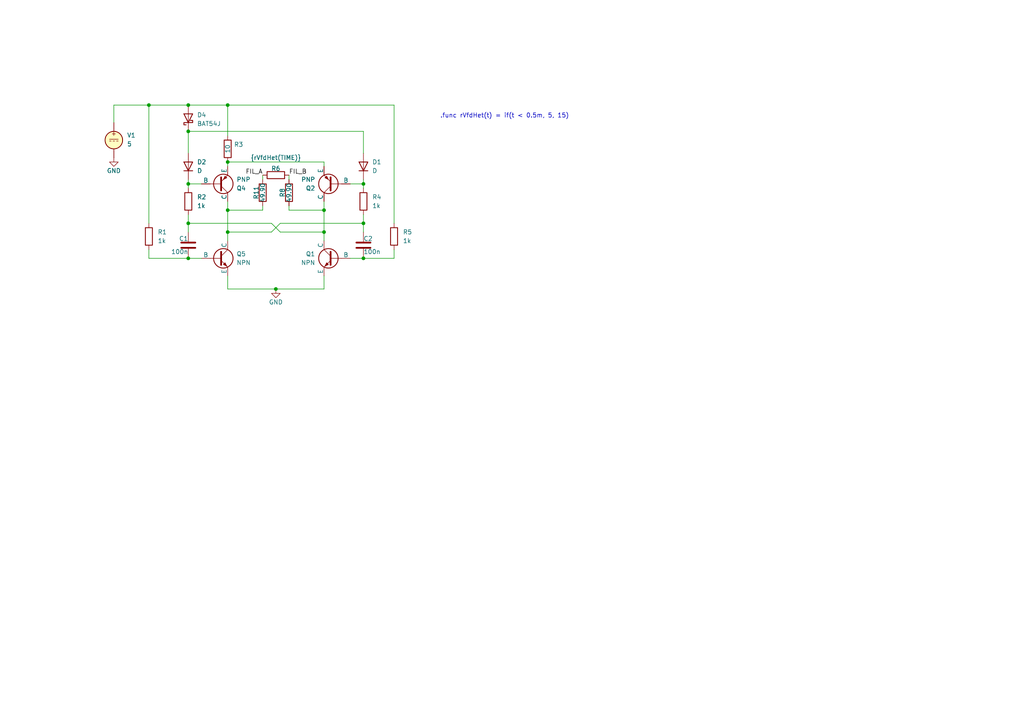
<source format=kicad_sch>
(kicad_sch (version 20231120) (generator "eeschema") (generator_version "8.0")
  (paper "A4")
  (lib_symbols
    (symbol "Device:C" (pin_numbers hide) (pin_names (offset 0.254))
      (property "Reference" "C" (at 0.635 2.54 0))
      (property "Value" "C" (at 0.635 -2.54 0))
      (symbol "C_0_1"
        (polyline (pts (xy -2.032 -0.762) (xy 2.032 -0.762)) (stroke (width 0.508)))
        (polyline (pts (xy -2.032 0.762) (xy 2.032 0.762)) (stroke (width 0.508)))
      )
      (symbol "C_1_1"
        (pin passive line (at 0 3.81 270) (length 2.794) (name "~") (number "1"))
        (pin passive line (at 0 -3.81 90) (length 2.794) (name "~") (number "2"))
      )
    )
    (symbol "Device:D" (pin_numbers hide) (pin_names (offset 1.016) hide)
      (property "Reference" "D" (at 0 2.54 0))
      (property "Value" "D" (at 0 -2.54 0))
      (symbol "D_0_1"
        (polyline (pts (xy -1.27 1.27) (xy -1.27 -1.27)) (stroke (width 0.254)))
        (polyline (pts (xy 1.27 0) (xy -1.27 0)))
        (polyline (pts (xy 1.27 1.27) (xy 1.27 -1.27) (xy -1.27 0) (xy 1.27 1.27)) (stroke (width 0.254)))
      )
      (symbol "D_1_1"
        (pin passive line (at -3.81 0 0) (length 2.54) (name "K") (number "1"))
        (pin passive line (at 3.81 0 180) (length 2.54) (name "A") (number "2"))
      )
    )
    (symbol "Device:D_Schottky" (pin_numbers hide) (pin_names (offset 1.016) hide)
      (property "Reference" "D" (at 0 2.54 0))
      (property "Value" "D_Schottky" (at 0 -2.54 0))
      (symbol "D_Schottky_0_1"
        (polyline (pts (xy 1.27 0) (xy -1.27 0)))
        (polyline (pts (xy 1.27 1.27) (xy 1.27 -1.27) (xy -1.27 0) (xy 1.27 1.27)) (stroke (width 0.254)))
        (polyline (pts (xy -1.905 0.635) (xy -1.905 1.27) (xy -1.27 1.27) (xy -1.27 -1.27) (xy -0.635 -1.27) (xy -0.635 -0.635)) (stroke (width 0.254)))
      )
      (symbol "D_Schottky_1_1"
        (pin passive line (at -3.81 0 0) (length 2.54) (name "K") (number "1"))
        (pin passive line (at 3.81 0 180) (length 2.54) (name "A") (number "2"))
      )
    )
    (symbol "Device:R" (pin_numbers hide) (pin_names (offset 0))
      (property "Reference" "R" (at 2.032 0 90))
      (property "Value" "R" (at 0 0 90))
      (symbol "R_0_1"
        (rectangle (start -1.016 -2.54) (end 1.016 2.54) (stroke (width 0.254)))
      )
      (symbol "R_1_1"
        (pin passive line (at 0 3.81 270) (length 1.27) (name "~") (number "1"))
        (pin passive line (at 0 -3.81 90) (length 1.27) (name "~") (number "2"))
      )
    )
    (symbol "Simulation_SPICE:NPN" (pin_numbers hide) (pin_names (offset 0))
      (property "Reference" "Q" (at -2.54 7.62 0))
      (property "Value" "NPN" (at -2.54 5.08 0))
      (symbol "NPN_0_1"
        (polyline (pts (xy -2.54 0) (xy 0.635 0)) (stroke (width 0.1524)))
        (polyline (pts (xy 0.635 0.635) (xy 2.54 2.54)))
        (polyline (pts (xy 2.794 -1.27) (xy 2.794 -1.27)) (stroke (width 0.1524)))
        (polyline (pts (xy 2.794 -1.27) (xy 2.794 -1.27)) (stroke (width 0.1524)))
        (polyline (pts (xy 0.635 -0.635) (xy 2.54 -2.54) (xy 2.54 -2.54)))
        (polyline (pts (xy 0.635 1.905) (xy 0.635 -1.905) (xy 0.635 -1.905)) (stroke (width 0.508)))
        (polyline (pts (xy 1.27 -1.778) (xy 1.778 -1.27) (xy 2.286 -2.286) (xy 1.27 -1.778) (xy 1.27 -1.778)) (fill (type outline)))
        (circle (center 1.27 0) (radius 2.8194) (stroke (width 0.254)))
      )
      (symbol "NPN_1_1"
        (pin open_collector line (at 2.54 5.08 270) (length 2.54) (name "C") (number "1"))
        (pin input line (at -5.08 0 0) (length 2.54) (name "B") (number "2"))
        (pin open_emitter line (at 2.54 -5.08 90) (length 2.54) (name "E") (number "3"))
      )
    )
    (symbol "Simulation_SPICE:PNP" (pin_numbers hide) (pin_names (offset 0))
      (property "Reference" "Q" (at -2.54 7.62 0))
      (property "Value" "PNP" (at -2.54 5.08 0))
      (symbol "PNP_0_1"
        (polyline (pts (xy -2.54 0) (xy 0.635 0)) (stroke (width 0.1524)))
        (polyline (pts (xy 0.635 0.635) (xy 2.54 2.54)))
        (polyline (pts (xy 0.635 -0.635) (xy 2.54 -2.54) (xy 2.54 -2.54)))
        (polyline (pts (xy 0.635 1.905) (xy 0.635 -1.905) (xy 0.635 -1.905)) (stroke (width 0.508)))
        (polyline (pts (xy 2.286 -1.778) (xy 1.778 -2.286) (xy 1.27 -1.27) (xy 2.286 -1.778) (xy 2.286 -1.778)) (fill (type outline)))
        (circle (center 1.27 0) (radius 2.8194) (stroke (width 0.254)))
      )
      (symbol "PNP_1_1"
        (pin open_collector line (at 2.54 5.08 270) (length 2.54) (name "C") (number "1"))
        (pin input line (at -5.08 0 0) (length 2.54) (name "B") (number "2"))
        (pin open_emitter line (at 2.54 -5.08 90) (length 2.54) (name "E") (number "3"))
      )
    )
    (symbol "Simulation_SPICE:VDC" (pin_numbers hide) (pin_names (offset 0.0254))
      (property "Reference" "V" (at 2.54 2.54 0))
      (property "Value" "1" (at 2.54 0 0))
      (symbol "VDC_0_0"
        (polyline (pts (xy -1.27 0.254) (xy 1.27 0.254)))
        (polyline (pts (xy -0.762 -0.254) (xy -1.27 -0.254)))
        (polyline (pts (xy 0.254 -0.254) (xy -0.254 -0.254)))
        (polyline (pts (xy 1.27 -0.254) (xy 0.762 -0.254)))
        (text "+" (at 0 1.905 0) (effects (font (size 1.27 1.27))))
      )
      (symbol "VDC_0_1"
        (circle (center 0 0) (radius 2.54) (stroke (width 0.254)) (fill (type background)))
      )
      (symbol "VDC_1_1"
        (pin passive line (at 0 5.08 270) (length 2.54) (name "~") (number "1"))
        (pin passive line (at 0 -5.08 90) (length 2.54) (name "~") (number "2"))
      )
    )
    (symbol "power:GND" (power) (pin_numbers hide) (pin_names (offset 0) hide)
      (property "Value" "GND" (at 0 -3.81 0))
      (symbol "GND_0_1"
        (polyline (pts (xy 0 0) (xy 0 -1.27) (xy 1.27 -1.27) (xy 0 -2.54) (xy -1.27 -1.27) (xy 0 -1.27)))
      )
      (symbol "GND_1_1"
        (pin power_in line (at 0 0 270) (length 0) (name "~") (number "1"))
      )
    )
  )
  (junction (at 105.41 53.34))
  (junction (at 66.04 30.48))
  (junction (at 54.61 64.77))
  (junction (at 105.41 74.93))
  (junction (at 66.04 46.99))
  (junction (at 93.98 60.96))
  (junction (at 80.01 83.82))
  (junction (at 93.98 67.31))
  (junction (at 43.18 30.48))
  (junction (at 105.41 64.77))
  (junction (at 66.04 67.31))
  (junction (at 66.04 60.96))
  (junction (at 54.61 38.1))
  (junction (at 54.61 30.48))
  (junction (at 54.61 53.34))
  (junction (at 54.61 74.93))
  (wire (pts (xy 43.18 72.39) (xy 43.18 74.93)))
  (wire (pts (xy 66.04 58.42) (xy 66.04 60.96)))
  (wire (pts (xy 66.04 83.82) (xy 66.04 80.01)))
  (wire (pts (xy 78.74 67.31) (xy 81.28 64.77)))
  (wire (pts (xy 93.98 83.82) (xy 93.98 80.01)))
  (wire (pts (xy 54.61 38.1) (xy 105.41 38.1)))
  (wire (pts (xy 114.3 30.48) (xy 114.3 64.77)))
  (wire (pts (xy 66.04 30.48) (xy 114.3 30.48)))
  (wire (pts (xy 105.41 38.1) (xy 105.41 44.45)))
  (wire (pts (xy 83.82 59.69) (xy 83.82 60.96)))
  (wire (pts (xy 43.18 74.93) (xy 54.61 74.93)))
  (wire (pts (xy 66.04 46.99) (xy 93.98 46.99)))
  (wire (pts (xy 114.3 74.93) (xy 105.41 74.93)))
  (wire (pts (xy 33.02 30.48) (xy 43.18 30.48)))
  (wire (pts (xy 54.61 52.07) (xy 54.61 53.34)))
  (wire (pts (xy 83.82 60.96) (xy 93.98 60.96)))
  (wire (pts (xy 83.82 52.07) (xy 83.82 50.8)))
  (wire (pts (xy 66.04 30.48) (xy 66.04 39.37)))
  (wire (pts (xy 80.01 83.82) (xy 93.98 83.82)))
  (wire (pts (xy 105.41 74.93) (xy 101.6 74.93)))
  (wire (pts (xy 43.18 30.48) (xy 43.18 64.77)))
  (wire (pts (xy 93.98 67.31) (xy 93.98 69.85)))
  (wire (pts (xy 93.98 48.26) (xy 93.98 46.99)))
  (wire (pts (xy 76.2 59.69) (xy 76.2 60.96)))
  (wire (pts (xy 93.98 58.42) (xy 93.98 60.96)))
  (wire (pts (xy 114.3 72.39) (xy 114.3 74.93)))
  (wire (pts (xy 54.61 62.23) (xy 54.61 64.77)))
  (wire (pts (xy 81.28 67.31) (xy 78.74 64.77)))
  (wire (pts (xy 54.61 64.77) (xy 78.74 64.77)))
  (wire (pts (xy 66.04 60.96) (xy 66.04 67.31)))
  (wire (pts (xy 101.6 53.34) (xy 105.41 53.34)))
  (wire (pts (xy 54.61 30.48) (xy 66.04 30.48)))
  (wire (pts (xy 58.42 53.34) (xy 54.61 53.34)))
  (wire (pts (xy 105.41 52.07) (xy 105.41 53.34)))
  (wire (pts (xy 43.18 30.48) (xy 54.61 30.48)))
  (wire (pts (xy 93.98 60.96) (xy 93.98 67.31)))
  (wire (pts (xy 66.04 46.99) (xy 66.04 48.26)))
  (wire (pts (xy 54.61 74.93) (xy 58.42 74.93)))
  (wire (pts (xy 66.04 67.31) (xy 66.04 69.85)))
  (wire (pts (xy 81.28 64.77) (xy 105.41 64.77)))
  (wire (pts (xy 105.41 62.23) (xy 105.41 64.77)))
  (wire (pts (xy 66.04 67.31) (xy 78.74 67.31)))
  (wire (pts (xy 33.02 30.48) (xy 33.02 35.56)))
  (wire (pts (xy 105.41 64.77) (xy 105.41 67.31)))
  (wire (pts (xy 54.61 38.1) (xy 54.61 44.45)))
  (wire (pts (xy 80.01 83.82) (xy 66.04 83.82)))
  (wire (pts (xy 105.41 53.34) (xy 105.41 54.61)))
  (wire (pts (xy 54.61 64.77) (xy 54.61 67.31)))
  (wire (pts (xy 76.2 52.07) (xy 76.2 50.8)))
  (wire (pts (xy 93.98 67.31) (xy 81.28 67.31)))
  (wire (pts (xy 54.61 53.34) (xy 54.61 54.61)))
  (wire (pts (xy 66.04 60.96) (xy 76.2 60.96)))
  (text ".func rVfdHet(t) = if(t < 0.5m, 5, 15)" (at 127.635 33.655 0) (effects (font (size 1.27 1.27)) (justify left)))
  (label "FIL_A" (at 76.2 50.8 180))
  (label "FIL_B" (at 83.82 50.8 0))
  (symbol (lib_id "Simulation_SPICE:NPN") (at 96.52 74.93 0) (mirror y) (unit 1)
    (property "Reference" "Q1" (at 91.44 73.6599 0) (effects (justify left)))
    (property "Value" "NPN" (at 91.44 76.1999 0) (effects (justify left)))
    (property "Datasheet" "https://ngspice.sourceforge.io/docs/ngspice-html-manual/manual.xhtml#cha_BJTs" (effects (hide yes)))
    (property "Description" "Bipolar transistor symbol for simulation only, substrate tied to the emitter" (effects (hide yes)))
    (property "Sim.Device" "NPN" (effects (hide yes)))
    (property "Sim.Type" "GUMMELPOON" (effects (hide yes)))
    (property "Sim.Pins" "1=C 2=B 3=E" (effects (hide yes)))
    (property "Sim.Library" "MMBT3904.spice.txt" (effects (hide yes)))
    (property "Sim.Name" "DI_MMBT3904" (effects (hide yes)))
  )
  (symbol (lib_id "Simulation_SPICE:PNP") (at 63.5 53.34 0) (mirror x) (unit 1)
    (property "Reference" "Q4" (at 68.58 54.6101 0) (effects (justify left)))
    (property "Value" "PNP" (at 68.58 52.0701 0) (effects (justify left)))
    (property "Datasheet" "https://ngspice.sourceforge.io/docs/ngspice-html-manual/manual.xhtml#cha_BJTs" (effects (hide yes)))
    (property "Description" "Bipolar transistor symbol for simulation only, substrate tied to the emitter" (effects (hide yes)))
    (property "Sim.Device" "PNP" (effects (hide yes)))
    (property "Sim.Type" "GUMMELPOON" (effects (hide yes)))
    (property "Sim.Pins" "1=C 2=B 3=E" (effects (hide yes)))
    (property "Sim.Library" "MMBT3906.spice.txt" (effects (hide yes)))
    (property "Sim.Name" "DI_MMBT3906" (effects (hide yes)))
  )
  (symbol (lib_id "Device:R") (at 54.61 58.42 0) (mirror y) (unit 1)
    (property "Reference" "R2" (at 57.15 57.1499 0) (effects (justify right)))
    (property "Value" "1k" (at 57.15 59.6899 0) (effects (justify right)))
    (property "Description" "Resistor" (effects (hide yes)))
  )
  (symbol (lib_id "Device:R") (at 66.04 43.18 180) (unit 1)
    (property "Reference" "R3" (at 69.215 41.91 0))
    (property "Value" "10" (at 66.04 43.18 90))
    (property "Description" "Resistor" (effects (hide yes)))
  )
  (symbol (lib_id "Simulation_SPICE:VDC") (at 33.02 40.64 0) (unit 1)
    (property "Reference" "V1" (at 36.83 39.2401 0) (effects (justify left)))
    (property "Value" "5" (at 36.83 41.7801 0) (effects (justify left)))
    (property "Datasheet" "https://ngspice.sourceforge.io/docs/ngspice-html-manual/manual.xhtml#sec_Independent_Sources_for" (effects (hide yes)))
    (property "Description" "Voltage source, DC" (effects (hide yes)))
    (property "Sim.Pins" "1=+ 2=-" (effects (hide yes)))
    (property "Sim.Type" "DC" (effects (hide yes)))
    (property "Sim.Device" "V" (effects (hide yes)))
  )
  (symbol (lib_id "Device:C") (at 105.41 71.12 0) (unit 1)
    (property "Reference" "C2" (at 105.41 69.215 0) (effects (justify left)))
    (property "Value" "100n" (at 105.41 73.025 0) (effects (justify left)))
    (property "Description" "Unpolarized capacitor" (effects (hide yes)))
  )
  (symbol (lib_id "Device:D") (at 105.41 48.26 90) (unit 1)
    (property "Reference" "D1" (at 107.95 46.9899 90) (effects (justify right)))
    (property "Value" "D" (at 107.95 49.5299 90) (effects (justify right)))
    (property "Description" "Diode" (effects (hide yes)))
    (property "Sim.Device" "D" (effects (hide yes)))
    (property "Sim.Pins" "1=K 2=A" (effects (hide yes)))
    (property "Sim.Library" "1N4148WS.TXT" (effects (hide yes)))
    (property "Sim.Name" "1N4148WS" (effects (hide yes)))
  )
  (symbol (lib_id "Device:R") (at 83.82 55.88 180) (unit 1)
    (property "Reference" "R8" (at 81.915 55.88 90))
    (property "Value" "49.90" (at 83.82 55.88 90))
    (property "Description" "Resistor" (effects (hide yes)))
  )
  (symbol (lib_id "Device:D_Schottky") (at 54.61 34.29 90) (unit 1)
    (property "Reference" "D4" (at 57.15 33.3374 90) (effects (justify right)))
    (property "Value" "BAT54J" (at 57.15 35.8774 90) (effects (justify right)))
    (property "Description" "Schottky diode" (effects (hide yes)))
    (property "Sim.Device" "SUBCKT" (effects (hide yes)))
    (property "Sim.Pins" "1=1 2=2" (effects (hide yes)))
    (property "Sim.Library" "BAT54J.txt" (effects (hide yes)))
    (property "Sim.Name" "BAT54J" (effects (hide yes)))
  )
  (symbol (lib_id "Simulation_SPICE:NPN") (at 63.5 74.93 0) (unit 1)
    (property "Reference" "Q5" (at 68.58 73.6599 0) (effects (justify left)))
    (property "Value" "NPN" (at 68.58 76.1999 0) (effects (justify left)))
    (property "Datasheet" "https://ngspice.sourceforge.io/docs/ngspice-html-manual/manual.xhtml#cha_BJTs" (effects (hide yes)))
    (property "Description" "Bipolar transistor symbol for simulation only, substrate tied to the emitter" (effects (hide yes)))
    (property "Sim.Device" "NPN" (effects (hide yes)))
    (property "Sim.Type" "GUMMELPOON" (effects (hide yes)))
    (property "Sim.Pins" "1=C 2=B 3=E" (effects (hide yes)))
    (property "Sim.Library" "MMBT3904.spice.txt" (effects (hide yes)))
    (property "Sim.Name" "DI_MMBT3904" (effects (hide yes)))
  )
  (symbol (lib_id "Device:R") (at 43.18 68.58 0) (mirror y) (unit 1)
    (property "Reference" "R1" (at 45.72 67.3099 0) (effects (justify right)))
    (property "Value" "1k" (at 45.72 69.8499 0) (effects (justify right)))
    (property "Description" "Resistor" (effects (hide yes)))
  )
  (symbol (lib_id "Device:D") (at 54.61 48.26 90) (unit 1)
    (property "Reference" "D2" (at 57.15 46.9899 90) (effects (justify right)))
    (property "Value" "D" (at 57.15 49.5299 90) (effects (justify right)))
    (property "Description" "Diode" (effects (hide yes)))
    (property "Sim.Device" "D" (effects (hide yes)))
    (property "Sim.Pins" "1=K 2=A" (effects (hide yes)))
    (property "Sim.Library" "1N4148WS.TXT" (effects (hide yes)))
    (property "Sim.Name" "1N4148WS" (effects (hide yes)))
  )
  (symbol (lib_id "power:GND") (at 80.01 83.82 0) (unit 1)
    (property "Reference" "#PWR02" (effects (hide yes)))
    (property "Value" "GND" (at 80.01 87.63 0))
    (property "Description" "Power symbol creates a global label with name \"GND\" , ground" (effects (hide yes)))
  )
  (symbol (lib_id "Device:R") (at 80.01 50.8 90) (unit 1)
    (property "Reference" "R6" (at 80.01 48.895 90))
    (property "Value" "{rVfdHet(TIME)}" (at 80.01 45.72 90))
    (property "Description" "Resistor" (effects (hide yes)))
  )
  (symbol (lib_id "Device:R") (at 114.3 68.58 0) (unit 1)
    (property "Reference" "R5" (at 116.84 67.3099 0) (effects (justify left)))
    (property "Value" "1k" (at 116.84 69.8499 0) (effects (justify left)))
    (property "Description" "Resistor" (effects (hide yes)))
  )
  (symbol (lib_id "Device:R") (at 105.41 58.42 0) (unit 1)
    (property "Reference" "R4" (at 107.95 57.1499 0) (effects (justify left)))
    (property "Value" "1k" (at 107.95 59.6899 0) (effects (justify left)))
    (property "Description" "Resistor" (effects (hide yes)))
  )
  (symbol (lib_id "Simulation_SPICE:PNP") (at 96.52 53.34 180) (unit 1)
    (property "Reference" "Q2" (at 91.44 54.6101 0) (effects (justify left)))
    (property "Value" "PNP" (at 91.44 52.0701 0) (effects (justify left)))
    (property "Datasheet" "https://ngspice.sourceforge.io/docs/ngspice-html-manual/manual.xhtml#cha_BJTs" (effects (hide yes)))
    (property "Description" "Bipolar transistor symbol for simulation only, substrate tied to the emitter" (effects (hide yes)))
    (property "Sim.Device" "PNP" (effects (hide yes)))
    (property "Sim.Type" "GUMMELPOON" (effects (hide yes)))
    (property "Sim.Pins" "1=C 2=B 3=E" (effects (hide yes)))
    (property "Sim.Library" "MMBT3906.spice.txt" (effects (hide yes)))
    (property "Sim.Name" "DI_MMBT3906" (effects (hide yes)))
  )
  (symbol (lib_id "Device:C") (at 54.61 71.12 0) (mirror y) (unit 1)
    (property "Reference" "C1" (at 54.61 69.215 0) (effects (justify left)))
    (property "Value" "100n" (at 54.61 73.025 0) (effects (justify left)))
    (property "Description" "Unpolarized capacitor" (effects (hide yes)))
  )
  (symbol (lib_id "power:GND") (at 33.02 45.72 0) (unit 1)
    (property "Reference" "#PWR01" (effects (hide yes)))
    (property "Value" "GND" (at 33.02 49.53 0))
    (property "Description" "Power symbol creates a global label with name \"GND\" , ground" (effects (hide yes)))
  )
  (symbol (lib_id "Device:R") (at 76.2 55.88 180) (unit 1)
    (property "Reference" "R11" (at 74.295 55.88 90))
    (property "Value" "49.90" (at 76.2 55.88 90))
    (property "Description" "Resistor" (effects (hide yes)))
  )
)
</source>
